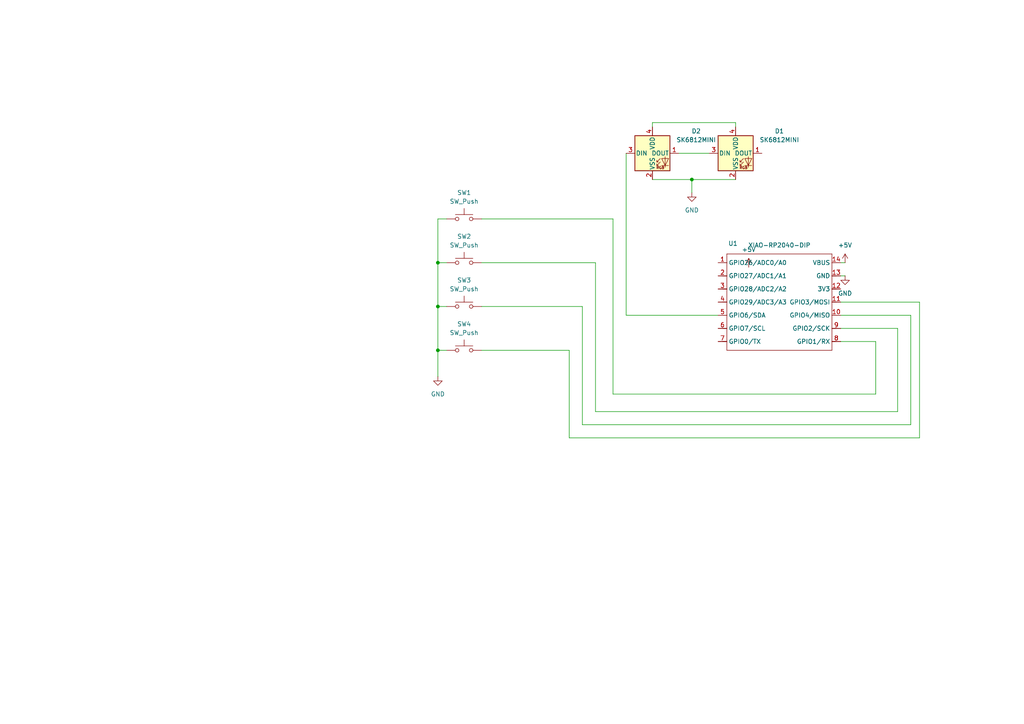
<source format=kicad_sch>
(kicad_sch
	(version 20250114)
	(generator "eeschema")
	(generator_version "9.0")
	(uuid "726f9561-6df3-4b02-b868-c143ac55bc98")
	(paper "A4")
	(lib_symbols
		(symbol "LED:SK6812MINI"
			(pin_names
				(offset 0.254)
			)
			(exclude_from_sim no)
			(in_bom yes)
			(on_board yes)
			(property "Reference" "D"
				(at 5.08 5.715 0)
				(effects
					(font
						(size 1.27 1.27)
					)
					(justify right bottom)
				)
			)
			(property "Value" "SK6812MINI"
				(at 1.27 -5.715 0)
				(effects
					(font
						(size 1.27 1.27)
					)
					(justify left top)
				)
			)
			(property "Footprint" "LED_SMD:LED_SK6812MINI_PLCC4_3.5x3.5mm_P1.75mm"
				(at 1.27 -7.62 0)
				(effects
					(font
						(size 1.27 1.27)
					)
					(justify left top)
					(hide yes)
				)
			)
			(property "Datasheet" "https://cdn-shop.adafruit.com/product-files/2686/SK6812MINI_REV.01-1-2.pdf"
				(at 2.54 -9.525 0)
				(effects
					(font
						(size 1.27 1.27)
					)
					(justify left top)
					(hide yes)
				)
			)
			(property "Description" "RGB LED with integrated controller"
				(at 0 0 0)
				(effects
					(font
						(size 1.27 1.27)
					)
					(hide yes)
				)
			)
			(property "ki_keywords" "RGB LED NeoPixel Mini addressable"
				(at 0 0 0)
				(effects
					(font
						(size 1.27 1.27)
					)
					(hide yes)
				)
			)
			(property "ki_fp_filters" "LED*SK6812MINI*PLCC*3.5x3.5mm*P1.75mm*"
				(at 0 0 0)
				(effects
					(font
						(size 1.27 1.27)
					)
					(hide yes)
				)
			)
			(symbol "SK6812MINI_0_0"
				(text "RGB"
					(at 2.286 -4.191 0)
					(effects
						(font
							(size 0.762 0.762)
						)
					)
				)
			)
			(symbol "SK6812MINI_0_1"
				(polyline
					(pts
						(xy 1.27 -2.54) (xy 1.778 -2.54)
					)
					(stroke
						(width 0)
						(type default)
					)
					(fill
						(type none)
					)
				)
				(polyline
					(pts
						(xy 1.27 -3.556) (xy 1.778 -3.556)
					)
					(stroke
						(width 0)
						(type default)
					)
					(fill
						(type none)
					)
				)
				(polyline
					(pts
						(xy 2.286 -1.524) (xy 1.27 -2.54) (xy 1.27 -2.032)
					)
					(stroke
						(width 0)
						(type default)
					)
					(fill
						(type none)
					)
				)
				(polyline
					(pts
						(xy 2.286 -2.54) (xy 1.27 -3.556) (xy 1.27 -3.048)
					)
					(stroke
						(width 0)
						(type default)
					)
					(fill
						(type none)
					)
				)
				(polyline
					(pts
						(xy 3.683 -1.016) (xy 3.683 -3.556) (xy 3.683 -4.064)
					)
					(stroke
						(width 0)
						(type default)
					)
					(fill
						(type none)
					)
				)
				(polyline
					(pts
						(xy 4.699 -1.524) (xy 2.667 -1.524) (xy 3.683 -3.556) (xy 4.699 -1.524)
					)
					(stroke
						(width 0)
						(type default)
					)
					(fill
						(type none)
					)
				)
				(polyline
					(pts
						(xy 4.699 -3.556) (xy 2.667 -3.556)
					)
					(stroke
						(width 0)
						(type default)
					)
					(fill
						(type none)
					)
				)
				(rectangle
					(start 5.08 5.08)
					(end -5.08 -5.08)
					(stroke
						(width 0.254)
						(type default)
					)
					(fill
						(type background)
					)
				)
			)
			(symbol "SK6812MINI_1_1"
				(pin input line
					(at -7.62 0 0)
					(length 2.54)
					(name "DIN"
						(effects
							(font
								(size 1.27 1.27)
							)
						)
					)
					(number "3"
						(effects
							(font
								(size 1.27 1.27)
							)
						)
					)
				)
				(pin power_in line
					(at 0 7.62 270)
					(length 2.54)
					(name "VDD"
						(effects
							(font
								(size 1.27 1.27)
							)
						)
					)
					(number "4"
						(effects
							(font
								(size 1.27 1.27)
							)
						)
					)
				)
				(pin power_in line
					(at 0 -7.62 90)
					(length 2.54)
					(name "VSS"
						(effects
							(font
								(size 1.27 1.27)
							)
						)
					)
					(number "2"
						(effects
							(font
								(size 1.27 1.27)
							)
						)
					)
				)
				(pin output line
					(at 7.62 0 180)
					(length 2.54)
					(name "DOUT"
						(effects
							(font
								(size 1.27 1.27)
							)
						)
					)
					(number "1"
						(effects
							(font
								(size 1.27 1.27)
							)
						)
					)
				)
			)
			(embedded_fonts no)
		)
		(symbol "OPL:XIAO-RP2040-DIP"
			(exclude_from_sim no)
			(in_bom yes)
			(on_board yes)
			(property "Reference" "U"
				(at 0 0 0)
				(effects
					(font
						(size 1.27 1.27)
					)
				)
			)
			(property "Value" "XIAO-RP2040-DIP"
				(at 5.334 -1.778 0)
				(effects
					(font
						(size 1.27 1.27)
					)
				)
			)
			(property "Footprint" "Module:MOUDLE14P-XIAO-DIP-SMD"
				(at 14.478 -32.258 0)
				(effects
					(font
						(size 1.27 1.27)
					)
					(hide yes)
				)
			)
			(property "Datasheet" ""
				(at 0 0 0)
				(effects
					(font
						(size 1.27 1.27)
					)
					(hide yes)
				)
			)
			(property "Description" ""
				(at 0 0 0)
				(effects
					(font
						(size 1.27 1.27)
					)
					(hide yes)
				)
			)
			(symbol "XIAO-RP2040-DIP_1_0"
				(polyline
					(pts
						(xy -1.27 -2.54) (xy 29.21 -2.54)
					)
					(stroke
						(width 0.1524)
						(type solid)
					)
					(fill
						(type none)
					)
				)
				(polyline
					(pts
						(xy -1.27 -5.08) (xy -2.54 -5.08)
					)
					(stroke
						(width 0.1524)
						(type solid)
					)
					(fill
						(type none)
					)
				)
				(polyline
					(pts
						(xy -1.27 -5.08) (xy -1.27 -2.54)
					)
					(stroke
						(width 0.1524)
						(type solid)
					)
					(fill
						(type none)
					)
				)
				(polyline
					(pts
						(xy -1.27 -8.89) (xy -2.54 -8.89)
					)
					(stroke
						(width 0.1524)
						(type solid)
					)
					(fill
						(type none)
					)
				)
				(polyline
					(pts
						(xy -1.27 -8.89) (xy -1.27 -5.08)
					)
					(stroke
						(width 0.1524)
						(type solid)
					)
					(fill
						(type none)
					)
				)
				(polyline
					(pts
						(xy -1.27 -12.7) (xy -2.54 -12.7)
					)
					(stroke
						(width 0.1524)
						(type solid)
					)
					(fill
						(type none)
					)
				)
				(polyline
					(pts
						(xy -1.27 -12.7) (xy -1.27 -8.89)
					)
					(stroke
						(width 0.1524)
						(type solid)
					)
					(fill
						(type none)
					)
				)
				(polyline
					(pts
						(xy -1.27 -16.51) (xy -2.54 -16.51)
					)
					(stroke
						(width 0.1524)
						(type solid)
					)
					(fill
						(type none)
					)
				)
				(polyline
					(pts
						(xy -1.27 -16.51) (xy -1.27 -12.7)
					)
					(stroke
						(width 0.1524)
						(type solid)
					)
					(fill
						(type none)
					)
				)
				(polyline
					(pts
						(xy -1.27 -20.32) (xy -2.54 -20.32)
					)
					(stroke
						(width 0.1524)
						(type solid)
					)
					(fill
						(type none)
					)
				)
				(polyline
					(pts
						(xy -1.27 -24.13) (xy -2.54 -24.13)
					)
					(stroke
						(width 0.1524)
						(type solid)
					)
					(fill
						(type none)
					)
				)
				(polyline
					(pts
						(xy -1.27 -27.94) (xy -2.54 -27.94)
					)
					(stroke
						(width 0.1524)
						(type solid)
					)
					(fill
						(type none)
					)
				)
				(polyline
					(pts
						(xy -1.27 -30.48) (xy -1.27 -16.51)
					)
					(stroke
						(width 0.1524)
						(type solid)
					)
					(fill
						(type none)
					)
				)
				(polyline
					(pts
						(xy 29.21 -2.54) (xy 29.21 -5.08)
					)
					(stroke
						(width 0.1524)
						(type solid)
					)
					(fill
						(type none)
					)
				)
				(polyline
					(pts
						(xy 29.21 -5.08) (xy 29.21 -8.89)
					)
					(stroke
						(width 0.1524)
						(type solid)
					)
					(fill
						(type none)
					)
				)
				(polyline
					(pts
						(xy 29.21 -8.89) (xy 29.21 -12.7)
					)
					(stroke
						(width 0.1524)
						(type solid)
					)
					(fill
						(type none)
					)
				)
				(polyline
					(pts
						(xy 29.21 -12.7) (xy 29.21 -30.48)
					)
					(stroke
						(width 0.1524)
						(type solid)
					)
					(fill
						(type none)
					)
				)
				(polyline
					(pts
						(xy 29.21 -30.48) (xy -1.27 -30.48)
					)
					(stroke
						(width 0.1524)
						(type solid)
					)
					(fill
						(type none)
					)
				)
				(polyline
					(pts
						(xy 30.48 -5.08) (xy 29.21 -5.08)
					)
					(stroke
						(width 0.1524)
						(type solid)
					)
					(fill
						(type none)
					)
				)
				(polyline
					(pts
						(xy 30.48 -8.89) (xy 29.21 -8.89)
					)
					(stroke
						(width 0.1524)
						(type solid)
					)
					(fill
						(type none)
					)
				)
				(polyline
					(pts
						(xy 30.48 -12.7) (xy 29.21 -12.7)
					)
					(stroke
						(width 0.1524)
						(type solid)
					)
					(fill
						(type none)
					)
				)
				(polyline
					(pts
						(xy 30.48 -16.51) (xy 29.21 -16.51)
					)
					(stroke
						(width 0.1524)
						(type solid)
					)
					(fill
						(type none)
					)
				)
				(polyline
					(pts
						(xy 30.48 -20.32) (xy 29.21 -20.32)
					)
					(stroke
						(width 0.1524)
						(type solid)
					)
					(fill
						(type none)
					)
				)
				(polyline
					(pts
						(xy 30.48 -24.13) (xy 29.21 -24.13)
					)
					(stroke
						(width 0.1524)
						(type solid)
					)
					(fill
						(type none)
					)
				)
				(polyline
					(pts
						(xy 30.48 -27.94) (xy 29.21 -27.94)
					)
					(stroke
						(width 0.1524)
						(type solid)
					)
					(fill
						(type none)
					)
				)
				(pin passive line
					(at -3.81 -5.08 0)
					(length 2.54)
					(name "GPIO26/ADC0/A0"
						(effects
							(font
								(size 1.27 1.27)
							)
						)
					)
					(number "1"
						(effects
							(font
								(size 1.27 1.27)
							)
						)
					)
				)
				(pin passive line
					(at -3.81 -8.89 0)
					(length 2.54)
					(name "GPIO27/ADC1/A1"
						(effects
							(font
								(size 1.27 1.27)
							)
						)
					)
					(number "2"
						(effects
							(font
								(size 1.27 1.27)
							)
						)
					)
				)
				(pin passive line
					(at -3.81 -12.7 0)
					(length 2.54)
					(name "GPIO28/ADC2/A2"
						(effects
							(font
								(size 1.27 1.27)
							)
						)
					)
					(number "3"
						(effects
							(font
								(size 1.27 1.27)
							)
						)
					)
				)
				(pin passive line
					(at -3.81 -16.51 0)
					(length 2.54)
					(name "GPIO29/ADC3/A3"
						(effects
							(font
								(size 1.27 1.27)
							)
						)
					)
					(number "4"
						(effects
							(font
								(size 1.27 1.27)
							)
						)
					)
				)
				(pin passive line
					(at -3.81 -20.32 0)
					(length 2.54)
					(name "GPIO6/SDA"
						(effects
							(font
								(size 1.27 1.27)
							)
						)
					)
					(number "5"
						(effects
							(font
								(size 1.27 1.27)
							)
						)
					)
				)
				(pin passive line
					(at -3.81 -24.13 0)
					(length 2.54)
					(name "GPIO7/SCL"
						(effects
							(font
								(size 1.27 1.27)
							)
						)
					)
					(number "6"
						(effects
							(font
								(size 1.27 1.27)
							)
						)
					)
				)
				(pin passive line
					(at -3.81 -27.94 0)
					(length 2.54)
					(name "GPIO0/TX"
						(effects
							(font
								(size 1.27 1.27)
							)
						)
					)
					(number "7"
						(effects
							(font
								(size 1.27 1.27)
							)
						)
					)
				)
				(pin passive line
					(at 31.75 -5.08 180)
					(length 2.54)
					(name "VBUS"
						(effects
							(font
								(size 1.27 1.27)
							)
						)
					)
					(number "14"
						(effects
							(font
								(size 1.27 1.27)
							)
						)
					)
				)
				(pin passive line
					(at 31.75 -8.89 180)
					(length 2.54)
					(name "GND"
						(effects
							(font
								(size 1.27 1.27)
							)
						)
					)
					(number "13"
						(effects
							(font
								(size 1.27 1.27)
							)
						)
					)
				)
				(pin passive line
					(at 31.75 -12.7 180)
					(length 2.54)
					(name "3V3"
						(effects
							(font
								(size 1.27 1.27)
							)
						)
					)
					(number "12"
						(effects
							(font
								(size 1.27 1.27)
							)
						)
					)
				)
				(pin passive line
					(at 31.75 -16.51 180)
					(length 2.54)
					(name "GPIO3/MOSI"
						(effects
							(font
								(size 1.27 1.27)
							)
						)
					)
					(number "11"
						(effects
							(font
								(size 1.27 1.27)
							)
						)
					)
				)
				(pin passive line
					(at 31.75 -20.32 180)
					(length 2.54)
					(name "GPIO4/MISO"
						(effects
							(font
								(size 1.27 1.27)
							)
						)
					)
					(number "10"
						(effects
							(font
								(size 1.27 1.27)
							)
						)
					)
				)
				(pin passive line
					(at 31.75 -24.13 180)
					(length 2.54)
					(name "GPIO2/SCK"
						(effects
							(font
								(size 1.27 1.27)
							)
						)
					)
					(number "9"
						(effects
							(font
								(size 1.27 1.27)
							)
						)
					)
				)
				(pin passive line
					(at 31.75 -27.94 180)
					(length 2.54)
					(name "GPIO1/RX"
						(effects
							(font
								(size 1.27 1.27)
							)
						)
					)
					(number "8"
						(effects
							(font
								(size 1.27 1.27)
							)
						)
					)
				)
			)
			(embedded_fonts no)
		)
		(symbol "Switch:SW_Push"
			(pin_numbers
				(hide yes)
			)
			(pin_names
				(offset 1.016)
				(hide yes)
			)
			(exclude_from_sim no)
			(in_bom yes)
			(on_board yes)
			(property "Reference" "SW"
				(at 1.27 2.54 0)
				(effects
					(font
						(size 1.27 1.27)
					)
					(justify left)
				)
			)
			(property "Value" "SW_Push"
				(at 0 -1.524 0)
				(effects
					(font
						(size 1.27 1.27)
					)
				)
			)
			(property "Footprint" ""
				(at 0 5.08 0)
				(effects
					(font
						(size 1.27 1.27)
					)
					(hide yes)
				)
			)
			(property "Datasheet" "~"
				(at 0 5.08 0)
				(effects
					(font
						(size 1.27 1.27)
					)
					(hide yes)
				)
			)
			(property "Description" "Push button switch, generic, two pins"
				(at 0 0 0)
				(effects
					(font
						(size 1.27 1.27)
					)
					(hide yes)
				)
			)
			(property "ki_keywords" "switch normally-open pushbutton push-button"
				(at 0 0 0)
				(effects
					(font
						(size 1.27 1.27)
					)
					(hide yes)
				)
			)
			(symbol "SW_Push_0_1"
				(circle
					(center -2.032 0)
					(radius 0.508)
					(stroke
						(width 0)
						(type default)
					)
					(fill
						(type none)
					)
				)
				(polyline
					(pts
						(xy 0 1.27) (xy 0 3.048)
					)
					(stroke
						(width 0)
						(type default)
					)
					(fill
						(type none)
					)
				)
				(circle
					(center 2.032 0)
					(radius 0.508)
					(stroke
						(width 0)
						(type default)
					)
					(fill
						(type none)
					)
				)
				(polyline
					(pts
						(xy 2.54 1.27) (xy -2.54 1.27)
					)
					(stroke
						(width 0)
						(type default)
					)
					(fill
						(type none)
					)
				)
				(pin passive line
					(at -5.08 0 0)
					(length 2.54)
					(name "1"
						(effects
							(font
								(size 1.27 1.27)
							)
						)
					)
					(number "1"
						(effects
							(font
								(size 1.27 1.27)
							)
						)
					)
				)
				(pin passive line
					(at 5.08 0 180)
					(length 2.54)
					(name "2"
						(effects
							(font
								(size 1.27 1.27)
							)
						)
					)
					(number "2"
						(effects
							(font
								(size 1.27 1.27)
							)
						)
					)
				)
			)
			(embedded_fonts no)
		)
		(symbol "power:+5V"
			(power)
			(pin_numbers
				(hide yes)
			)
			(pin_names
				(offset 0)
				(hide yes)
			)
			(exclude_from_sim no)
			(in_bom yes)
			(on_board yes)
			(property "Reference" "#PWR"
				(at 0 -3.81 0)
				(effects
					(font
						(size 1.27 1.27)
					)
					(hide yes)
				)
			)
			(property "Value" "+5V"
				(at 0 3.556 0)
				(effects
					(font
						(size 1.27 1.27)
					)
				)
			)
			(property "Footprint" ""
				(at 0 0 0)
				(effects
					(font
						(size 1.27 1.27)
					)
					(hide yes)
				)
			)
			(property "Datasheet" ""
				(at 0 0 0)
				(effects
					(font
						(size 1.27 1.27)
					)
					(hide yes)
				)
			)
			(property "Description" "Power symbol creates a global label with name \"+5V\""
				(at 0 0 0)
				(effects
					(font
						(size 1.27 1.27)
					)
					(hide yes)
				)
			)
			(property "ki_keywords" "global power"
				(at 0 0 0)
				(effects
					(font
						(size 1.27 1.27)
					)
					(hide yes)
				)
			)
			(symbol "+5V_0_1"
				(polyline
					(pts
						(xy -0.762 1.27) (xy 0 2.54)
					)
					(stroke
						(width 0)
						(type default)
					)
					(fill
						(type none)
					)
				)
				(polyline
					(pts
						(xy 0 2.54) (xy 0.762 1.27)
					)
					(stroke
						(width 0)
						(type default)
					)
					(fill
						(type none)
					)
				)
				(polyline
					(pts
						(xy 0 0) (xy 0 2.54)
					)
					(stroke
						(width 0)
						(type default)
					)
					(fill
						(type none)
					)
				)
			)
			(symbol "+5V_1_1"
				(pin power_in line
					(at 0 0 90)
					(length 0)
					(name "~"
						(effects
							(font
								(size 1.27 1.27)
							)
						)
					)
					(number "1"
						(effects
							(font
								(size 1.27 1.27)
							)
						)
					)
				)
			)
			(embedded_fonts no)
		)
		(symbol "power:GND"
			(power)
			(pin_numbers
				(hide yes)
			)
			(pin_names
				(offset 0)
				(hide yes)
			)
			(exclude_from_sim no)
			(in_bom yes)
			(on_board yes)
			(property "Reference" "#PWR"
				(at 0 -6.35 0)
				(effects
					(font
						(size 1.27 1.27)
					)
					(hide yes)
				)
			)
			(property "Value" "GND"
				(at 0 -3.81 0)
				(effects
					(font
						(size 1.27 1.27)
					)
				)
			)
			(property "Footprint" ""
				(at 0 0 0)
				(effects
					(font
						(size 1.27 1.27)
					)
					(hide yes)
				)
			)
			(property "Datasheet" ""
				(at 0 0 0)
				(effects
					(font
						(size 1.27 1.27)
					)
					(hide yes)
				)
			)
			(property "Description" "Power symbol creates a global label with name \"GND\" , ground"
				(at 0 0 0)
				(effects
					(font
						(size 1.27 1.27)
					)
					(hide yes)
				)
			)
			(property "ki_keywords" "global power"
				(at 0 0 0)
				(effects
					(font
						(size 1.27 1.27)
					)
					(hide yes)
				)
			)
			(symbol "GND_0_1"
				(polyline
					(pts
						(xy 0 0) (xy 0 -1.27) (xy 1.27 -1.27) (xy 0 -2.54) (xy -1.27 -1.27) (xy 0 -1.27)
					)
					(stroke
						(width 0)
						(type default)
					)
					(fill
						(type none)
					)
				)
			)
			(symbol "GND_1_1"
				(pin power_in line
					(at 0 0 270)
					(length 0)
					(name "~"
						(effects
							(font
								(size 1.27 1.27)
							)
						)
					)
					(number "1"
						(effects
							(font
								(size 1.27 1.27)
							)
						)
					)
				)
			)
			(embedded_fonts no)
		)
	)
	(junction
		(at 200.66 52.07)
		(diameter 0)
		(color 0 0 0 0)
		(uuid "2fd45a55-62fc-4702-bb0d-26f27f461d08")
	)
	(junction
		(at 127 76.2)
		(diameter 0)
		(color 0 0 0 0)
		(uuid "9f52f962-1396-47e9-8fdb-063cf5427070")
	)
	(junction
		(at 127 88.9)
		(diameter 0)
		(color 0 0 0 0)
		(uuid "b2874925-2caa-4ffa-978c-913021c25041")
	)
	(junction
		(at 127 101.6)
		(diameter 0)
		(color 0 0 0 0)
		(uuid "c3659f18-9e69-4726-943b-b0025661695f")
	)
	(wire
		(pts
			(xy 264.16 123.19) (xy 168.91 123.19)
		)
		(stroke
			(width 0)
			(type default)
		)
		(uuid "04260224-5632-4e6e-acdb-9be740c1d673")
	)
	(wire
		(pts
			(xy 172.72 76.2) (xy 172.72 119.38)
		)
		(stroke
			(width 0)
			(type default)
		)
		(uuid "162dc031-7751-4a9e-9e93-d95fd6b2b0a2")
	)
	(wire
		(pts
			(xy 189.23 35.56) (xy 213.36 35.56)
		)
		(stroke
			(width 0)
			(type default)
		)
		(uuid "1935b155-fab9-480b-bc51-4f8b94dfc2ea")
	)
	(wire
		(pts
			(xy 200.66 52.07) (xy 213.36 52.07)
		)
		(stroke
			(width 0)
			(type default)
		)
		(uuid "1fb49f83-3ca3-4eab-b914-42df1a38fe5e")
	)
	(wire
		(pts
			(xy 127 88.9) (xy 129.54 88.9)
		)
		(stroke
			(width 0)
			(type default)
		)
		(uuid "23f689b3-438d-4845-beb5-44eaf01fe02a")
	)
	(wire
		(pts
			(xy 243.84 99.06) (xy 254 99.06)
		)
		(stroke
			(width 0)
			(type default)
		)
		(uuid "2fd2c853-7c96-4430-98e2-980618ad1e56")
	)
	(wire
		(pts
			(xy 189.23 36.83) (xy 189.23 35.56)
		)
		(stroke
			(width 0)
			(type default)
		)
		(uuid "3845056e-12e7-4dc5-8b48-552ad1d27920")
	)
	(wire
		(pts
			(xy 243.84 76.2) (xy 245.11 76.2)
		)
		(stroke
			(width 0)
			(type default)
		)
		(uuid "38c4d17c-c577-4931-bc54-946312daddca")
	)
	(wire
		(pts
			(xy 139.7 101.6) (xy 165.1 101.6)
		)
		(stroke
			(width 0)
			(type default)
		)
		(uuid "449f9c5f-e012-44e6-9cf5-fbe562f18cde")
	)
	(wire
		(pts
			(xy 254 99.06) (xy 254 114.3)
		)
		(stroke
			(width 0)
			(type default)
		)
		(uuid "4aca660f-d345-48ef-8ccf-07e897c56aca")
	)
	(wire
		(pts
			(xy 208.28 91.44) (xy 181.61 91.44)
		)
		(stroke
			(width 0)
			(type default)
		)
		(uuid "5e19fd2d-b36b-47c5-a91e-d27eda4712f4")
	)
	(wire
		(pts
			(xy 139.7 76.2) (xy 172.72 76.2)
		)
		(stroke
			(width 0)
			(type default)
		)
		(uuid "60b947d4-d7c7-4f5f-a211-ee03f6c7767f")
	)
	(wire
		(pts
			(xy 127 76.2) (xy 129.54 76.2)
		)
		(stroke
			(width 0)
			(type default)
		)
		(uuid "6fdf885b-7412-46ee-a1c8-91396848026e")
	)
	(wire
		(pts
			(xy 127 63.5) (xy 127 76.2)
		)
		(stroke
			(width 0)
			(type default)
		)
		(uuid "754978b4-42db-42e9-836c-76ce66209171")
	)
	(wire
		(pts
			(xy 177.8 63.5) (xy 139.7 63.5)
		)
		(stroke
			(width 0)
			(type default)
		)
		(uuid "76ba7414-715a-41f3-8e39-1c3df5801b42")
	)
	(wire
		(pts
			(xy 260.35 119.38) (xy 260.35 95.25)
		)
		(stroke
			(width 0)
			(type default)
		)
		(uuid "7bc32c62-a3e0-4a82-88f8-10ce7e4ea971")
	)
	(wire
		(pts
			(xy 243.84 80.01) (xy 245.11 80.01)
		)
		(stroke
			(width 0)
			(type default)
		)
		(uuid "7e53df1b-34ee-48bb-8f0e-dcf3aab399a6")
	)
	(wire
		(pts
			(xy 168.91 123.19) (xy 168.91 88.9)
		)
		(stroke
			(width 0)
			(type default)
		)
		(uuid "83d8f647-fd57-4de9-840a-600c6a49d319")
	)
	(wire
		(pts
			(xy 264.16 91.44) (xy 264.16 123.19)
		)
		(stroke
			(width 0)
			(type default)
		)
		(uuid "876296bc-45e4-4639-a909-5ad930d521eb")
	)
	(wire
		(pts
			(xy 172.72 119.38) (xy 260.35 119.38)
		)
		(stroke
			(width 0)
			(type default)
		)
		(uuid "87e19f00-896d-4d13-ba76-d2dd9c0f9c02")
	)
	(wire
		(pts
			(xy 213.36 35.56) (xy 213.36 36.83)
		)
		(stroke
			(width 0)
			(type default)
		)
		(uuid "8a13db75-9791-4339-b7bb-f162d7aef0d0")
	)
	(wire
		(pts
			(xy 189.23 52.07) (xy 200.66 52.07)
		)
		(stroke
			(width 0)
			(type default)
		)
		(uuid "8da77734-bef3-428e-ac9c-77ebe109ea70")
	)
	(wire
		(pts
			(xy 196.85 44.45) (xy 205.74 44.45)
		)
		(stroke
			(width 0)
			(type default)
		)
		(uuid "90325222-5747-43bc-aa18-16540c7db7c6")
	)
	(wire
		(pts
			(xy 127 76.2) (xy 127 88.9)
		)
		(stroke
			(width 0)
			(type default)
		)
		(uuid "95b6e6d3-509d-43df-9a2b-c33dc811c8b3")
	)
	(wire
		(pts
			(xy 127 88.9) (xy 127 101.6)
		)
		(stroke
			(width 0)
			(type default)
		)
		(uuid "9c5edd77-eb95-4666-be1c-d1f5612375d9")
	)
	(wire
		(pts
			(xy 266.7 87.63) (xy 243.84 87.63)
		)
		(stroke
			(width 0)
			(type default)
		)
		(uuid "ab4c6b49-2218-4350-98bb-39de39837652")
	)
	(wire
		(pts
			(xy 165.1 101.6) (xy 165.1 127)
		)
		(stroke
			(width 0)
			(type default)
		)
		(uuid "aed04cde-f323-4931-9027-478d08336728")
	)
	(wire
		(pts
			(xy 266.7 127) (xy 266.7 87.63)
		)
		(stroke
			(width 0)
			(type default)
		)
		(uuid "b7aa40b2-112d-4441-8020-7ea1cced3c13")
	)
	(wire
		(pts
			(xy 168.91 88.9) (xy 139.7 88.9)
		)
		(stroke
			(width 0)
			(type default)
		)
		(uuid "beeeae64-710b-4b18-b423-327d4ffa2715")
	)
	(wire
		(pts
			(xy 177.8 114.3) (xy 177.8 63.5)
		)
		(stroke
			(width 0)
			(type default)
		)
		(uuid "bff4f865-9914-408c-8aad-9d0b33d9bdad")
	)
	(wire
		(pts
			(xy 127 101.6) (xy 127 109.22)
		)
		(stroke
			(width 0)
			(type default)
		)
		(uuid "c5f92c44-7675-4cd8-aee6-2ccbf7649ced")
	)
	(wire
		(pts
			(xy 254 114.3) (xy 177.8 114.3)
		)
		(stroke
			(width 0)
			(type default)
		)
		(uuid "c6e22c82-89f5-4f72-bf99-670c4b8f201f")
	)
	(wire
		(pts
			(xy 243.84 91.44) (xy 264.16 91.44)
		)
		(stroke
			(width 0)
			(type default)
		)
		(uuid "ca36c36b-714a-4038-8a51-5cbd49307f10")
	)
	(wire
		(pts
			(xy 127 101.6) (xy 129.54 101.6)
		)
		(stroke
			(width 0)
			(type default)
		)
		(uuid "d4ca47e1-e078-4952-8a64-7268e9c95210")
	)
	(wire
		(pts
			(xy 200.66 52.07) (xy 200.66 55.88)
		)
		(stroke
			(width 0)
			(type default)
		)
		(uuid "d9f16cc8-0e16-4502-9a07-af800b734916")
	)
	(wire
		(pts
			(xy 260.35 95.25) (xy 243.84 95.25)
		)
		(stroke
			(width 0)
			(type default)
		)
		(uuid "db970498-a42c-4879-88e6-6d2d4dc8a097")
	)
	(wire
		(pts
			(xy 129.54 63.5) (xy 127 63.5)
		)
		(stroke
			(width 0)
			(type default)
		)
		(uuid "eb8cbb3e-cff6-4c3c-a12d-ac2fefac77c9")
	)
	(wire
		(pts
			(xy 181.61 91.44) (xy 181.61 44.45)
		)
		(stroke
			(width 0)
			(type default)
		)
		(uuid "edc07156-f67d-4897-81ac-7a1a518afced")
	)
	(wire
		(pts
			(xy 165.1 127) (xy 266.7 127)
		)
		(stroke
			(width 0)
			(type default)
		)
		(uuid "fa0945d0-cb49-4686-ae58-0b8f7843767e")
	)
	(symbol
		(lib_id "power:GND")
		(at 127 109.22 0)
		(unit 1)
		(exclude_from_sim no)
		(in_bom yes)
		(on_board yes)
		(dnp no)
		(fields_autoplaced yes)
		(uuid "08b7b1b2-51fe-46fd-b1e3-75ecff4e8642")
		(property "Reference" "#PWR01"
			(at 127 115.57 0)
			(effects
				(font
					(size 1.27 1.27)
				)
				(hide yes)
			)
		)
		(property "Value" "GND"
			(at 127 114.3 0)
			(effects
				(font
					(size 1.27 1.27)
				)
			)
		)
		(property "Footprint" ""
			(at 127 109.22 0)
			(effects
				(font
					(size 1.27 1.27)
				)
				(hide yes)
			)
		)
		(property "Datasheet" ""
			(at 127 109.22 0)
			(effects
				(font
					(size 1.27 1.27)
				)
				(hide yes)
			)
		)
		(property "Description" "Power symbol creates a global label with name \"GND\" , ground"
			(at 127 109.22 0)
			(effects
				(font
					(size 1.27 1.27)
				)
				(hide yes)
			)
		)
		(pin "1"
			(uuid "969b8efd-d445-4059-9f51-db4bdeb9d496")
		)
		(instances
			(project ""
				(path "/726f9561-6df3-4b02-b868-c143ac55bc98"
					(reference "#PWR01")
					(unit 1)
				)
			)
		)
	)
	(symbol
		(lib_id "LED:SK6812MINI")
		(at 213.36 44.45 0)
		(unit 1)
		(exclude_from_sim no)
		(in_bom yes)
		(on_board yes)
		(dnp no)
		(fields_autoplaced yes)
		(uuid "0e0c6959-f91a-4ac3-b3aa-f8e0e5c8eb2d")
		(property "Reference" "D1"
			(at 226.06 38.0298 0)
			(effects
				(font
					(size 1.27 1.27)
				)
			)
		)
		(property "Value" "SK6812MINI"
			(at 226.06 40.5698 0)
			(effects
				(font
					(size 1.27 1.27)
				)
			)
		)
		(property "Footprint" "LED_SMD:LED_SK6812MINI_PLCC4_3.5x3.5mm_P1.75mm"
			(at 214.63 52.07 0)
			(effects
				(font
					(size 1.27 1.27)
				)
				(justify left top)
				(hide yes)
			)
		)
		(property "Datasheet" "https://cdn-shop.adafruit.com/product-files/2686/SK6812MINI_REV.01-1-2.pdf"
			(at 215.9 53.975 0)
			(effects
				(font
					(size 1.27 1.27)
				)
				(justify left top)
				(hide yes)
			)
		)
		(property "Description" "RGB LED with integrated controller"
			(at 213.36 44.45 0)
			(effects
				(font
					(size 1.27 1.27)
				)
				(hide yes)
			)
		)
		(pin "1"
			(uuid "7e44cf49-c7a2-40bd-af28-1233f5fb9d7e")
		)
		(pin "2"
			(uuid "78620814-2a52-4d5a-b59b-fceb1dc0aadb")
		)
		(pin "4"
			(uuid "babf4434-e569-47b2-8ae2-b763eb94c1cb")
		)
		(pin "3"
			(uuid "b2509d0f-0358-4b09-a58b-78eb8ce04d65")
		)
		(instances
			(project ""
				(path "/726f9561-6df3-4b02-b868-c143ac55bc98"
					(reference "D1")
					(unit 1)
				)
			)
		)
	)
	(symbol
		(lib_id "power:+5V")
		(at 217.17 77.47 0)
		(unit 1)
		(exclude_from_sim no)
		(in_bom yes)
		(on_board yes)
		(dnp no)
		(fields_autoplaced yes)
		(uuid "199fa0d5-f8b2-4765-9137-575c09f5e447")
		(property "Reference" "#PWR04"
			(at 217.17 81.28 0)
			(effects
				(font
					(size 1.27 1.27)
				)
				(hide yes)
			)
		)
		(property "Value" "+5V"
			(at 217.17 72.39 0)
			(effects
				(font
					(size 1.27 1.27)
				)
			)
		)
		(property "Footprint" ""
			(at 217.17 77.47 0)
			(effects
				(font
					(size 1.27 1.27)
				)
				(hide yes)
			)
		)
		(property "Datasheet" ""
			(at 217.17 77.47 0)
			(effects
				(font
					(size 1.27 1.27)
				)
				(hide yes)
			)
		)
		(property "Description" "Power symbol creates a global label with name \"+5V\""
			(at 217.17 77.47 0)
			(effects
				(font
					(size 1.27 1.27)
				)
				(hide yes)
			)
		)
		(pin "1"
			(uuid "ed9f27b3-f32c-444a-a86a-ab1a222960c3")
		)
		(instances
			(project ""
				(path "/726f9561-6df3-4b02-b868-c143ac55bc98"
					(reference "#PWR04")
					(unit 1)
				)
			)
		)
	)
	(symbol
		(lib_id "Switch:SW_Push")
		(at 134.62 101.6 0)
		(unit 1)
		(exclude_from_sim no)
		(in_bom yes)
		(on_board yes)
		(dnp no)
		(fields_autoplaced yes)
		(uuid "25a682d9-a5d1-42b2-946e-919c67fde7a2")
		(property "Reference" "SW4"
			(at 134.62 93.98 0)
			(effects
				(font
					(size 1.27 1.27)
				)
			)
		)
		(property "Value" "SW_Push"
			(at 134.62 96.52 0)
			(effects
				(font
					(size 1.27 1.27)
				)
			)
		)
		(property "Footprint" "Button_Switch_Keyboard:SW_Cherry_MX_1.00u_PCB"
			(at 134.62 96.52 0)
			(effects
				(font
					(size 1.27 1.27)
				)
				(hide yes)
			)
		)
		(property "Datasheet" "~"
			(at 134.62 96.52 0)
			(effects
				(font
					(size 1.27 1.27)
				)
				(hide yes)
			)
		)
		(property "Description" "Push button switch, generic, two pins"
			(at 134.62 101.6 0)
			(effects
				(font
					(size 1.27 1.27)
				)
				(hide yes)
			)
		)
		(pin "1"
			(uuid "e3e5c522-759e-41df-8dc3-70618e6585cc")
		)
		(pin "2"
			(uuid "9ec44cf5-ad66-4c4a-bd31-cf56727aaf30")
		)
		(instances
			(project ""
				(path "/726f9561-6df3-4b02-b868-c143ac55bc98"
					(reference "SW4")
					(unit 1)
				)
			)
		)
	)
	(symbol
		(lib_id "Switch:SW_Push")
		(at 134.62 76.2 0)
		(unit 1)
		(exclude_from_sim no)
		(in_bom yes)
		(on_board yes)
		(dnp no)
		(fields_autoplaced yes)
		(uuid "27da9599-f6aa-4016-a7a8-7656da3cd5e8")
		(property "Reference" "SW2"
			(at 134.62 68.58 0)
			(effects
				(font
					(size 1.27 1.27)
				)
			)
		)
		(property "Value" "SW_Push"
			(at 134.62 71.12 0)
			(effects
				(font
					(size 1.27 1.27)
				)
			)
		)
		(property "Footprint" "Button_Switch_Keyboard:SW_Cherry_MX_1.00u_PCB"
			(at 134.62 71.12 0)
			(effects
				(font
					(size 1.27 1.27)
				)
				(hide yes)
			)
		)
		(property "Datasheet" "~"
			(at 134.62 71.12 0)
			(effects
				(font
					(size 1.27 1.27)
				)
				(hide yes)
			)
		)
		(property "Description" "Push button switch, generic, two pins"
			(at 134.62 76.2 0)
			(effects
				(font
					(size 1.27 1.27)
				)
				(hide yes)
			)
		)
		(pin "1"
			(uuid "e3e5c522-759e-41df-8dc3-70618e6585cc")
		)
		(pin "2"
			(uuid "9ec44cf5-ad66-4c4a-bd31-cf56727aaf30")
		)
		(instances
			(project ""
				(path "/726f9561-6df3-4b02-b868-c143ac55bc98"
					(reference "SW2")
					(unit 1)
				)
			)
		)
	)
	(symbol
		(lib_id "Switch:SW_Push")
		(at 134.62 63.5 0)
		(unit 1)
		(exclude_from_sim no)
		(in_bom yes)
		(on_board yes)
		(dnp no)
		(fields_autoplaced yes)
		(uuid "30fdfe52-3b08-48bb-bfae-069b3f4042e9")
		(property "Reference" "SW1"
			(at 134.62 55.88 0)
			(effects
				(font
					(size 1.27 1.27)
				)
			)
		)
		(property "Value" "SW_Push"
			(at 134.62 58.42 0)
			(effects
				(font
					(size 1.27 1.27)
				)
			)
		)
		(property "Footprint" "Button_Switch_Keyboard:SW_Cherry_MX_1.00u_PCB"
			(at 134.62 58.42 0)
			(effects
				(font
					(size 1.27 1.27)
				)
				(hide yes)
			)
		)
		(property "Datasheet" "~"
			(at 134.62 58.42 0)
			(effects
				(font
					(size 1.27 1.27)
				)
				(hide yes)
			)
		)
		(property "Description" "Push button switch, generic, two pins"
			(at 134.62 63.5 0)
			(effects
				(font
					(size 1.27 1.27)
				)
				(hide yes)
			)
		)
		(pin "2"
			(uuid "73cab16f-755d-4d94-8c6e-6f622885858d")
		)
		(pin "1"
			(uuid "70c3650e-6a36-4ba6-90bd-93d0e3eefde5")
		)
		(instances
			(project ""
				(path "/726f9561-6df3-4b02-b868-c143ac55bc98"
					(reference "SW1")
					(unit 1)
				)
			)
		)
	)
	(symbol
		(lib_id "power:GND")
		(at 200.66 55.88 0)
		(unit 1)
		(exclude_from_sim no)
		(in_bom yes)
		(on_board yes)
		(dnp no)
		(fields_autoplaced yes)
		(uuid "3320e070-d128-4506-a520-eb7ce737f99a")
		(property "Reference" "#PWR02"
			(at 200.66 62.23 0)
			(effects
				(font
					(size 1.27 1.27)
				)
				(hide yes)
			)
		)
		(property "Value" "GND"
			(at 200.66 60.96 0)
			(effects
				(font
					(size 1.27 1.27)
				)
			)
		)
		(property "Footprint" ""
			(at 200.66 55.88 0)
			(effects
				(font
					(size 1.27 1.27)
				)
				(hide yes)
			)
		)
		(property "Datasheet" ""
			(at 200.66 55.88 0)
			(effects
				(font
					(size 1.27 1.27)
				)
				(hide yes)
			)
		)
		(property "Description" "Power symbol creates a global label with name \"GND\" , ground"
			(at 200.66 55.88 0)
			(effects
				(font
					(size 1.27 1.27)
				)
				(hide yes)
			)
		)
		(pin "1"
			(uuid "9ce7229d-f80f-40af-aa17-ef7234e5935b")
		)
		(instances
			(project ""
				(path "/726f9561-6df3-4b02-b868-c143ac55bc98"
					(reference "#PWR02")
					(unit 1)
				)
			)
		)
	)
	(symbol
		(lib_id "OPL:XIAO-RP2040-DIP")
		(at 212.09 71.12 0)
		(unit 1)
		(exclude_from_sim no)
		(in_bom yes)
		(on_board yes)
		(dnp no)
		(uuid "658a8427-2cb1-4f53-8d0e-c2f807a25def")
		(property "Reference" "U1"
			(at 212.598 70.612 0)
			(effects
				(font
					(size 1.27 1.27)
				)
			)
		)
		(property "Value" "XIAO-RP2040-DIP"
			(at 226.06 71.12 0)
			(effects
				(font
					(size 1.27 1.27)
				)
			)
		)
		(property "Footprint" "OPL:XIAO-RP2040-DIP"
			(at 226.568 103.378 0)
			(effects
				(font
					(size 1.27 1.27)
				)
				(hide yes)
			)
		)
		(property "Datasheet" ""
			(at 212.09 71.12 0)
			(effects
				(font
					(size 1.27 1.27)
				)
				(hide yes)
			)
		)
		(property "Description" ""
			(at 212.09 71.12 0)
			(effects
				(font
					(size 1.27 1.27)
				)
				(hide yes)
			)
		)
		(pin "14"
			(uuid "2785e1bc-eb54-4b28-8e3b-29fe4bdd76ab")
		)
		(pin "4"
			(uuid "3c23ffaa-96a3-4710-b617-c43e64d3415a")
		)
		(pin "11"
			(uuid "8a5443ee-4bf9-4d1f-9f93-d82e2e67f473")
		)
		(pin "9"
			(uuid "d2c10cc6-31c3-4909-bdd8-8e399e70a948")
		)
		(pin "3"
			(uuid "fe7e19bb-f759-4f32-b8c3-62ce9a5d244a")
		)
		(pin "5"
			(uuid "5e931e30-001d-4e7b-a09e-2a28f43db625")
		)
		(pin "2"
			(uuid "14d2da3a-8029-4929-aaa0-0f3d9a07605f")
		)
		(pin "6"
			(uuid "68865808-34e3-4787-b2e9-db34b491fc81")
		)
		(pin "7"
			(uuid "9ebc179e-a970-4b71-816c-a8ab7acf59fc")
		)
		(pin "1"
			(uuid "8fddb10b-dfd8-4be8-a343-b657ac321398")
		)
		(pin "13"
			(uuid "28d948c3-3666-4b8a-a199-a0d5b878f3cd")
		)
		(pin "12"
			(uuid "ced130a4-9720-4bb9-af53-1abbd9b06f79")
		)
		(pin "10"
			(uuid "34565ee4-2f26-4d63-bb3b-e72342acbd6a")
		)
		(pin "8"
			(uuid "347f86e6-99e2-48a0-b7e4-b7d8b0d6d138")
		)
		(instances
			(project ""
				(path "/726f9561-6df3-4b02-b868-c143ac55bc98"
					(reference "U1")
					(unit 1)
				)
			)
		)
	)
	(symbol
		(lib_id "Switch:SW_Push")
		(at 134.62 88.9 0)
		(unit 1)
		(exclude_from_sim no)
		(in_bom yes)
		(on_board yes)
		(dnp no)
		(fields_autoplaced yes)
		(uuid "8177ec68-5465-4011-819c-498e83380204")
		(property "Reference" "SW3"
			(at 134.62 81.28 0)
			(effects
				(font
					(size 1.27 1.27)
				)
			)
		)
		(property "Value" "SW_Push"
			(at 134.62 83.82 0)
			(effects
				(font
					(size 1.27 1.27)
				)
			)
		)
		(property "Footprint" "Button_Switch_Keyboard:SW_Cherry_MX_1.00u_PCB"
			(at 134.62 83.82 0)
			(effects
				(font
					(size 1.27 1.27)
				)
				(hide yes)
			)
		)
		(property "Datasheet" "~"
			(at 134.62 83.82 0)
			(effects
				(font
					(size 1.27 1.27)
				)
				(hide yes)
			)
		)
		(property "Description" "Push button switch, generic, two pins"
			(at 134.62 88.9 0)
			(effects
				(font
					(size 1.27 1.27)
				)
				(hide yes)
			)
		)
		(pin "1"
			(uuid "e3e5c522-759e-41df-8dc3-70618e6585cc")
		)
		(pin "2"
			(uuid "9ec44cf5-ad66-4c4a-bd31-cf56727aaf30")
		)
		(instances
			(project ""
				(path "/726f9561-6df3-4b02-b868-c143ac55bc98"
					(reference "SW3")
					(unit 1)
				)
			)
		)
	)
	(symbol
		(lib_id "power:GND")
		(at 245.11 80.01 0)
		(unit 1)
		(exclude_from_sim no)
		(in_bom yes)
		(on_board yes)
		(dnp no)
		(fields_autoplaced yes)
		(uuid "902a803e-b3e3-4258-93c2-333b8dea85a0")
		(property "Reference" "#PWR05"
			(at 245.11 86.36 0)
			(effects
				(font
					(size 1.27 1.27)
				)
				(hide yes)
			)
		)
		(property "Value" "GND"
			(at 245.11 85.09 0)
			(effects
				(font
					(size 1.27 1.27)
				)
			)
		)
		(property "Footprint" ""
			(at 245.11 80.01 0)
			(effects
				(font
					(size 1.27 1.27)
				)
				(hide yes)
			)
		)
		(property "Datasheet" ""
			(at 245.11 80.01 0)
			(effects
				(font
					(size 1.27 1.27)
				)
				(hide yes)
			)
		)
		(property "Description" "Power symbol creates a global label with name \"GND\" , ground"
			(at 245.11 80.01 0)
			(effects
				(font
					(size 1.27 1.27)
				)
				(hide yes)
			)
		)
		(pin "1"
			(uuid "875de236-761d-4008-a970-a606fa74e015")
		)
		(instances
			(project ""
				(path "/726f9561-6df3-4b02-b868-c143ac55bc98"
					(reference "#PWR05")
					(unit 1)
				)
			)
		)
	)
	(symbol
		(lib_id "LED:SK6812MINI")
		(at 189.23 44.45 0)
		(unit 1)
		(exclude_from_sim no)
		(in_bom yes)
		(on_board yes)
		(dnp no)
		(fields_autoplaced yes)
		(uuid "cbf6e923-5367-4b83-8dc5-a7cde52b24a8")
		(property "Reference" "D2"
			(at 201.93 38.0298 0)
			(effects
				(font
					(size 1.27 1.27)
				)
			)
		)
		(property "Value" "SK6812MINI"
			(at 201.93 40.5698 0)
			(effects
				(font
					(size 1.27 1.27)
				)
			)
		)
		(property "Footprint" "LED_SMD:LED_SK6812MINI_PLCC4_3.5x3.5mm_P1.75mm"
			(at 190.5 52.07 0)
			(effects
				(font
					(size 1.27 1.27)
				)
				(justify left top)
				(hide yes)
			)
		)
		(property "Datasheet" "https://cdn-shop.adafruit.com/product-files/2686/SK6812MINI_REV.01-1-2.pdf"
			(at 191.77 53.975 0)
			(effects
				(font
					(size 1.27 1.27)
				)
				(justify left top)
				(hide yes)
			)
		)
		(property "Description" "RGB LED with integrated controller"
			(at 189.23 44.45 0)
			(effects
				(font
					(size 1.27 1.27)
				)
				(hide yes)
			)
		)
		(pin "1"
			(uuid "7e44cf49-c7a2-40bd-af28-1233f5fb9d7e")
		)
		(pin "2"
			(uuid "78620814-2a52-4d5a-b59b-fceb1dc0aadb")
		)
		(pin "4"
			(uuid "babf4434-e569-47b2-8ae2-b763eb94c1cb")
		)
		(pin "3"
			(uuid "b2509d0f-0358-4b09-a58b-78eb8ce04d65")
		)
		(instances
			(project ""
				(path "/726f9561-6df3-4b02-b868-c143ac55bc98"
					(reference "D2")
					(unit 1)
				)
			)
		)
	)
	(symbol
		(lib_id "power:+5V")
		(at 245.11 76.2 0)
		(unit 1)
		(exclude_from_sim no)
		(in_bom yes)
		(on_board yes)
		(dnp no)
		(fields_autoplaced yes)
		(uuid "e985d99c-a622-4465-972b-68ca7dda19b2")
		(property "Reference" "#PWR03"
			(at 245.11 80.01 0)
			(effects
				(font
					(size 1.27 1.27)
				)
				(hide yes)
			)
		)
		(property "Value" "+5V"
			(at 245.11 71.12 0)
			(effects
				(font
					(size 1.27 1.27)
				)
			)
		)
		(property "Footprint" ""
			(at 245.11 76.2 0)
			(effects
				(font
					(size 1.27 1.27)
				)
				(hide yes)
			)
		)
		(property "Datasheet" ""
			(at 245.11 76.2 0)
			(effects
				(font
					(size 1.27 1.27)
				)
				(hide yes)
			)
		)
		(property "Description" "Power symbol creates a global label with name \"+5V\""
			(at 245.11 76.2 0)
			(effects
				(font
					(size 1.27 1.27)
				)
				(hide yes)
			)
		)
		(pin "1"
			(uuid "ed9f27b3-f32c-444a-a86a-ab1a222960c3")
		)
		(instances
			(project ""
				(path "/726f9561-6df3-4b02-b868-c143ac55bc98"
					(reference "#PWR03")
					(unit 1)
				)
			)
		)
	)
	(sheet_instances
		(path "/"
			(page "1")
		)
	)
	(embedded_fonts no)
)

</source>
